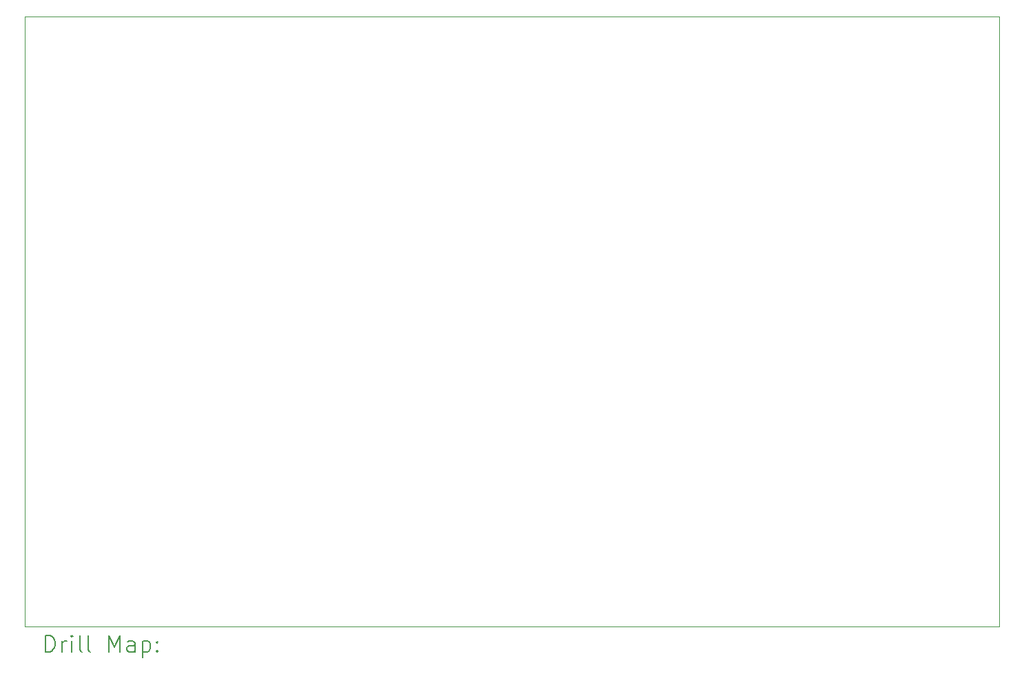
<source format=gbr>
%TF.GenerationSoftware,KiCad,Pcbnew,9.0.0*%
%TF.CreationDate,2025-03-20T10:05:37+05:30*%
%TF.ProjectId,Buck Convertor,4275636b-2043-46f6-9e76-6572746f722e,rev?*%
%TF.SameCoordinates,Original*%
%TF.FileFunction,Drillmap*%
%TF.FilePolarity,Positive*%
%FSLAX45Y45*%
G04 Gerber Fmt 4.5, Leading zero omitted, Abs format (unit mm)*
G04 Created by KiCad (PCBNEW 9.0.0) date 2025-03-20 10:05:37*
%MOMM*%
%LPD*%
G01*
G04 APERTURE LIST*
%ADD10C,0.050000*%
%ADD11C,0.200000*%
G04 APERTURE END LIST*
D10*
X11250000Y-4925000D02*
X23225000Y-4925000D01*
X23225000Y-12425000D01*
X11250000Y-12425000D01*
X11250000Y-4925000D01*
D11*
X11508277Y-12738984D02*
X11508277Y-12538984D01*
X11508277Y-12538984D02*
X11555896Y-12538984D01*
X11555896Y-12538984D02*
X11584467Y-12548508D01*
X11584467Y-12548508D02*
X11603515Y-12567555D01*
X11603515Y-12567555D02*
X11613039Y-12586603D01*
X11613039Y-12586603D02*
X11622562Y-12624698D01*
X11622562Y-12624698D02*
X11622562Y-12653269D01*
X11622562Y-12653269D02*
X11613039Y-12691365D01*
X11613039Y-12691365D02*
X11603515Y-12710412D01*
X11603515Y-12710412D02*
X11584467Y-12729460D01*
X11584467Y-12729460D02*
X11555896Y-12738984D01*
X11555896Y-12738984D02*
X11508277Y-12738984D01*
X11708277Y-12738984D02*
X11708277Y-12605650D01*
X11708277Y-12643746D02*
X11717801Y-12624698D01*
X11717801Y-12624698D02*
X11727324Y-12615174D01*
X11727324Y-12615174D02*
X11746372Y-12605650D01*
X11746372Y-12605650D02*
X11765420Y-12605650D01*
X11832086Y-12738984D02*
X11832086Y-12605650D01*
X11832086Y-12538984D02*
X11822562Y-12548508D01*
X11822562Y-12548508D02*
X11832086Y-12558031D01*
X11832086Y-12558031D02*
X11841610Y-12548508D01*
X11841610Y-12548508D02*
X11832086Y-12538984D01*
X11832086Y-12538984D02*
X11832086Y-12558031D01*
X11955896Y-12738984D02*
X11936848Y-12729460D01*
X11936848Y-12729460D02*
X11927324Y-12710412D01*
X11927324Y-12710412D02*
X11927324Y-12538984D01*
X12060658Y-12738984D02*
X12041610Y-12729460D01*
X12041610Y-12729460D02*
X12032086Y-12710412D01*
X12032086Y-12710412D02*
X12032086Y-12538984D01*
X12289229Y-12738984D02*
X12289229Y-12538984D01*
X12289229Y-12538984D02*
X12355896Y-12681841D01*
X12355896Y-12681841D02*
X12422562Y-12538984D01*
X12422562Y-12538984D02*
X12422562Y-12738984D01*
X12603515Y-12738984D02*
X12603515Y-12634222D01*
X12603515Y-12634222D02*
X12593991Y-12615174D01*
X12593991Y-12615174D02*
X12574943Y-12605650D01*
X12574943Y-12605650D02*
X12536848Y-12605650D01*
X12536848Y-12605650D02*
X12517801Y-12615174D01*
X12603515Y-12729460D02*
X12584467Y-12738984D01*
X12584467Y-12738984D02*
X12536848Y-12738984D01*
X12536848Y-12738984D02*
X12517801Y-12729460D01*
X12517801Y-12729460D02*
X12508277Y-12710412D01*
X12508277Y-12710412D02*
X12508277Y-12691365D01*
X12508277Y-12691365D02*
X12517801Y-12672317D01*
X12517801Y-12672317D02*
X12536848Y-12662793D01*
X12536848Y-12662793D02*
X12584467Y-12662793D01*
X12584467Y-12662793D02*
X12603515Y-12653269D01*
X12698753Y-12605650D02*
X12698753Y-12805650D01*
X12698753Y-12615174D02*
X12717801Y-12605650D01*
X12717801Y-12605650D02*
X12755896Y-12605650D01*
X12755896Y-12605650D02*
X12774943Y-12615174D01*
X12774943Y-12615174D02*
X12784467Y-12624698D01*
X12784467Y-12624698D02*
X12793991Y-12643746D01*
X12793991Y-12643746D02*
X12793991Y-12700888D01*
X12793991Y-12700888D02*
X12784467Y-12719936D01*
X12784467Y-12719936D02*
X12774943Y-12729460D01*
X12774943Y-12729460D02*
X12755896Y-12738984D01*
X12755896Y-12738984D02*
X12717801Y-12738984D01*
X12717801Y-12738984D02*
X12698753Y-12729460D01*
X12879705Y-12719936D02*
X12889229Y-12729460D01*
X12889229Y-12729460D02*
X12879705Y-12738984D01*
X12879705Y-12738984D02*
X12870182Y-12729460D01*
X12870182Y-12729460D02*
X12879705Y-12719936D01*
X12879705Y-12719936D02*
X12879705Y-12738984D01*
X12879705Y-12615174D02*
X12889229Y-12624698D01*
X12889229Y-12624698D02*
X12879705Y-12634222D01*
X12879705Y-12634222D02*
X12870182Y-12624698D01*
X12870182Y-12624698D02*
X12879705Y-12615174D01*
X12879705Y-12615174D02*
X12879705Y-12634222D01*
M02*

</source>
